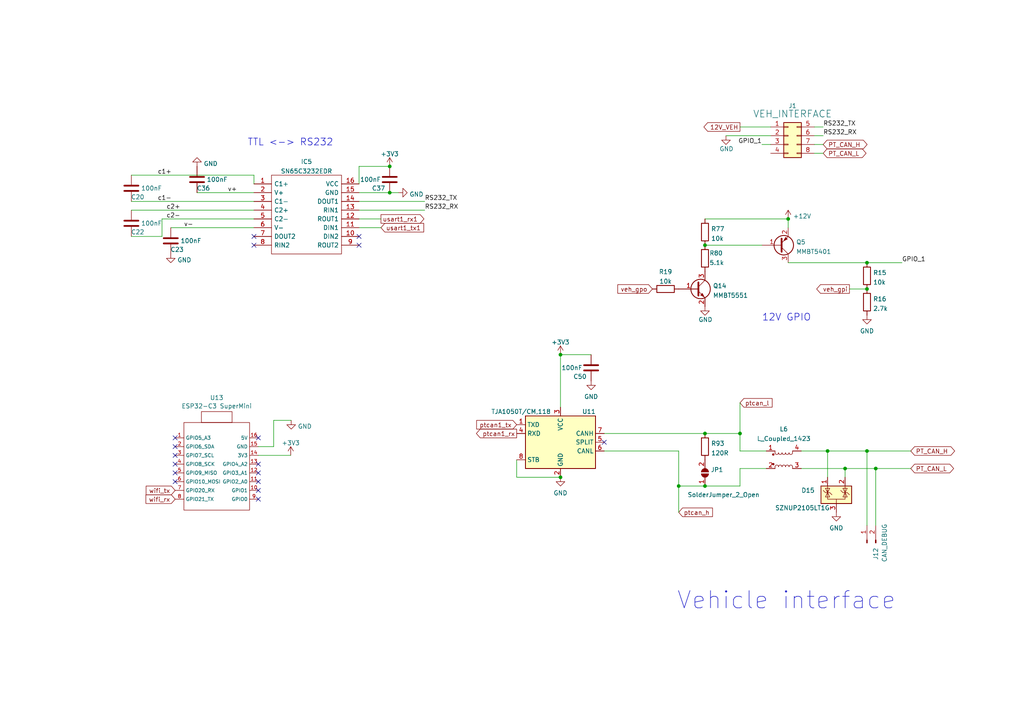
<source format=kicad_sch>
(kicad_sch (version 20230121) (generator eeschema)
  (paper "A4")
  (title_block (title "Tesla Model 3 Battery Controller") (date "2022-03-23") (rev "v0.3") (company "Wim Boone"))
  (lib_symbols
    (symbol "Conn_02x04_Top_Bottom_1" (pin_names (offset 1.016) hide)
      (property "Reference" "J" (at 1.27 5.08 0))
      (property "Value" "Conn_02x04_Top_Bottom_1" (at 1.27 -7.62 0))
      (symbol "Conn_02x04_Top_Bottom_1_1_1"
        (rectangle (start -1.27 -4.953) (end 0 -5.207) (stroke (width 0.1524)))
        (rectangle (start -1.27 -2.413) (end 0 -2.667) (stroke (width 0.1524)))
        (rectangle (start -1.27 0.127) (end 0 -0.127) (stroke (width 0.1524)))
        (rectangle (start -1.27 2.667) (end 0 2.413) (stroke (width 0.1524)))
        (rectangle (start -1.27 3.81) (end 3.81 -6.35) (stroke (width 0.254)) (fill (type background)))
        (rectangle (start 3.81 -4.953) (end 2.54 -5.207) (stroke (width 0.1524)))
        (rectangle (start 3.81 -2.413) (end 2.54 -2.667) (stroke (width 0.1524)))
        (rectangle (start 3.81 0.127) (end 2.54 -0.127) (stroke (width 0.1524)))
        (rectangle (start 3.81 2.667) (end 2.54 2.413) (stroke (width 0.1524)))
        (pin passive line (at -5.08 2.54 0) (length 3.81) (name "Pin_1") (number "1"))
        (pin passive line (at -5.08 0 0) (length 3.81) (name "Pin_2") (number "2"))
        (pin passive line (at -5.08 -2.54 0) (length 3.81) (name "Pin_3") (number "3"))
        (pin passive line (at -5.08 -5.08 0) (length 3.81) (name "Pin_4") (number "4"))
        (pin passive line (at 7.62 2.54 180) (length 3.81) (name "Pin_5") (number "5"))
        (pin passive line (at 7.62 0 180) (length 3.81) (name "Pin_6") (number "6"))
        (pin passive line (at 7.62 -2.54 180) (length 3.81) (name "Pin_7") (number "7"))
        (pin passive line (at 7.62 -5.08 180) (length 3.81) (name "Pin_8") (number "8"))
      )
    )
    (symbol "Connector:Conn_01x02_Male" (pin_names (offset 1.016) hide)
      (property "Reference" "J" (at 0 2.54 0))
      (property "Value" "Conn_01x02_Male" (at 0 -5.08 0))
      (symbol "Conn_01x02_Male_1_1"
        (polyline (pts (xy 1.27 -2.54) (xy 0.8636 -2.54)) (stroke (width 0.1524)))
        (polyline (pts (xy 1.27 0) (xy 0.8636 0)) (stroke (width 0.1524)))
        (rectangle (start 0.8636 -2.413) (end 0 -2.667) (stroke (width 0.1524)) (fill (type outline)))
        (rectangle (start 0.8636 0.127) (end 0 -0.127) (stroke (width 0.1524)) (fill (type outline)))
        (pin passive line (at 5.08 0 180) (length 3.81) (name "Pin_1") (number "1"))
        (pin passive line (at 5.08 -2.54 180) (length 3.81) (name "Pin_2") (number "2"))
      )
    )
    (symbol "Custom:ESP32C3-SuperMini"
      (property "Reference" "U" (at -9.017 18.415 0))
      (property "Value" "ESP32-C3 SuperMini" (at -0.127 22.225 0))
      (symbol "ESP32C3-SuperMini_0_1"
        (rectangle (start -9.652 17.145) (end 9.398 -8.255))
      )
      (symbol "ESP32C3-SuperMini_1_0"
        (pin bidirectional line (at -12.192 12.7 0) (length 2.54) (name "GPIO5_A3") (number "1"))
        (pin bidirectional line (at 11.938 -2.54 180) (length 2.54) (name "GPIO1") (number "10"))
        (pin bidirectional line (at 11.938 0 180) (length 2.54) (name "GPIO2_A0") (number "11"))
        (pin bidirectional line (at 11.938 2.54 180) (length 2.54) (name "GPIO3_A1") (number "12"))
        (pin bidirectional line (at 11.938 5.08 180) (length 2.54) (name "GPIO4_A2") (number "13"))
        (pin bidirectional line (at 11.938 7.62 180) (length 2.54) (name "3V3") (number "14"))
        (pin bidirectional line (at 11.938 10.16 180) (length 2.54) (name "GND") (number "15"))
        (pin bidirectional line (at 11.938 12.7 180) (length 2.54) (name "5V") (number "16"))
        (pin bidirectional line (at -12.192 10.16 0) (length 2.54) (name "GPIO6_SDA") (number "2"))
        (pin bidirectional line (at -12.192 7.62 0) (length 2.54) (name "GPIO7_SCL") (number "3"))
        (pin bidirectional line (at -12.192 5.08 0) (length 2.54) (name "GPIO8_SCK") (number "4"))
        (pin bidirectional line (at -12.192 2.54 0) (length 2.54) (name "GPIO9_MISO") (number "5"))
        (pin bidirectional line (at -12.192 0 0) (length 2.54) (name "GPIO10_MOSI") (number "6"))
        (pin bidirectional line (at -12.192 -2.54 0) (length 2.54) (name "GPIO20_RX") (number "7"))
        (pin bidirectional line (at -12.192 -5.08 0) (length 2.54) (name "GPIO21_TX") (number "8"))
        (pin bidirectional line (at 11.938 -5.08 180) (length 2.54) (name "GPIO0") (number "9"))
      )
      (symbol "ESP32C3-SuperMini_1_1"
        (rectangle (start -4.572 20.32) (end 4.318 17.145))
      )
    )
    (symbol "Device:C" (pin_numbers hide) (pin_names (offset 0.254))
      (property "Reference" "C" (at 0.635 2.54 0))
      (property "Value" "C" (at 0.635 -2.54 0))
      (symbol "C_0_1"
        (polyline (pts (xy -2.032 -0.762) (xy 2.032 -0.762)) (stroke (width 0.508)))
        (polyline (pts (xy -2.032 0.762) (xy 2.032 0.762)) (stroke (width 0.508)))
      )
      (symbol "C_1_1"
        (pin passive line (at 0 3.81 270) (length 2.794) (name "~") (number "1"))
        (pin passive line (at 0 -3.81 90) (length 2.794) (name "~") (number "2"))
      )
    )
    (symbol "Device:L_Coupled_1423" (pin_names (offset 0.254) hide)
      (property "Reference" "L" (at 0 4.445 0))
      (property "Value" "L_Coupled_1423" (at 0 -4.445 0))
      (symbol "L_Coupled_1423_0_1"
        (circle (center -3.048 -1.27) (radius 0.254) (fill (type outline)))
        (circle (center -3.048 1.524) (radius 0.254) (fill (type outline)))
        (arc (start -2.54 2.032) (mid -2.032 1.5262) (end -1.524 2.032))
        (arc (start -1.524 -2.032) (mid -2.032 -1.5262) (end -2.54 -2.032))
        (arc (start -1.524 2.032) (mid -1.016 1.5262) (end -0.508 2.032))
        (arc (start -0.508 -2.032) (mid -1.016 -1.5262) (end -1.524 -2.032))
        (arc (start -0.508 2.032) (mid 0 1.5262) (end 0.508 2.032))
        (polyline (pts (xy -2.54 -2.032) (xy -2.54 -2.54)))
        (polyline (pts (xy -2.54 2.032) (xy -2.54 2.54)))
        (polyline (pts (xy 2.54 -2.032) (xy 2.54 -2.54)))
        (polyline (pts (xy 2.54 2.54) (xy 2.54 2.032)))
        (arc (start 0.508 -2.032) (mid 0 -1.5262) (end -0.508 -2.032))
        (arc (start 0.508 2.032) (mid 1.016 1.5262) (end 1.524 2.032))
        (arc (start 1.524 -2.032) (mid 1.016 -1.5262) (end 0.508 -2.032))
        (arc (start 1.524 2.032) (mid 2.032 1.5262) (end 2.54 2.032))
        (arc (start 2.54 -2.032) (mid 2.032 -1.5262) (end 1.524 -2.032))
      )
      (symbol "L_Coupled_1423_1_1"
        (pin passive line (at -5.08 2.54 0) (length 2.54) (name "1") (number "1"))
        (pin passive line (at -5.08 -2.54 0) (length 2.54) (name "2") (number "2"))
        (pin passive line (at 5.08 -2.54 180) (length 2.54) (name "3") (number "3"))
        (pin passive line (at 5.08 2.54 180) (length 2.54) (name "4") (number "4"))
      )
    )
    (symbol "Device:R" (pin_numbers hide) (pin_names (offset 0))
      (property "Reference" "R" (at 2.032 0 90))
      (property "Value" "R" (at 0 0 90))
      (symbol "R_0_1"
        (rectangle (start -1.016 -2.54) (end 1.016 2.54) (stroke (width 0.254)))
      )
      (symbol "R_1_1"
        (pin passive line (at 0 3.81 270) (length 1.27) (name "~") (number "1"))
        (pin passive line (at 0 -3.81 90) (length 1.27) (name "~") (number "2"))
      )
    )
    (symbol "Interface_CAN_LIN:TJA1042T"
      (property "Reference" "U" (at -10.16 8.89 0))
      (property "Value" "TJA1042T" (at 1.27 8.89 0))
      (symbol "TJA1042T_0_1"
        (rectangle (start -10.16 7.62) (end 10.16 -7.62) (stroke (width 0.254)) (fill (type background)))
      )
      (symbol "TJA1042T_1_1"
        (pin input line (at -12.7 5.08 0) (length 2.54) (name "TXD") (number "1"))
        (pin power_in line (at 0 -10.16 90) (length 2.54) (name "GND") (number "2"))
        (pin power_in line (at 0 10.16 270) (length 2.54) (name "VCC") (number "3"))
        (pin output line (at -12.7 2.54 0) (length 2.54) (name "RXD") (number "4"))
        (pin power_out line (at 12.7 0 180) (length 2.54) (name "SPLIT") (number "5"))
        (pin bidirectional line (at 12.7 -2.54 180) (length 2.54) (name "CANL") (number "6"))
        (pin bidirectional line (at 12.7 2.54 180) (length 2.54) (name "CANH") (number "7"))
        (pin input line (at -12.7 -5.08 0) (length 2.54) (name "STB") (number "8"))
      )
    )
    (symbol "Jumper:SolderJumper_2_Open" (pin_names (offset 0) hide)
      (property "Reference" "JP" (at 0 2.032 0))
      (property "Value" "SolderJumper_2_Open" (at 0 -2.54 0))
      (symbol "SolderJumper_2_Open_0_1"
        (arc (start -0.254 1.016) (mid -1.2656 0) (end -0.254 -1.016))
        (arc (start -0.254 1.016) (mid -1.2656 0) (end -0.254 -1.016) (fill (type outline)))
        (polyline (pts (xy -0.254 1.016) (xy -0.254 -1.016)))
        (polyline (pts (xy 0.254 1.016) (xy 0.254 -1.016)))
        (arc (start 0.254 -1.016) (mid 1.2656 0) (end 0.254 1.016))
        (arc (start 0.254 -1.016) (mid 1.2656 0) (end 0.254 1.016) (fill (type outline)))
      )
      (symbol "SolderJumper_2_Open_1_1"
        (pin passive line (at -3.81 0 0) (length 2.54) (name "A") (number "1"))
        (pin passive line (at 3.81 0 180) (length 2.54) (name "B") (number "2"))
      )
    )
    (symbol "Power_Protection:SZNUP2105L" (pin_names hide)
      (property "Reference" "D" (at 5.715 2.54 0))
      (property "Value" "SZNUP2105L" (at 5.715 0.635 0))
      (symbol "SZNUP2105L_0_0"
        (pin passive line (at 0 -5.08 90) (length 2.54) (name "A") (number "3"))
      )
      (symbol "SZNUP2105L_0_1"
        (rectangle (start -4.445 2.54) (end 4.445 -2.54) (stroke (width 0.254)) (fill (type background)))
        (polyline (pts (xy -2.54 2.54) (xy -2.54 0.635)))
        (polyline (pts (xy 0 -1.27) (xy 0 -2.54)))
        (polyline (pts (xy 2.54 2.54) (xy 2.54 0.635)))
        (polyline (pts (xy -3.81 1.27) (xy -3.175 0.635) (xy -1.905 0.635) (xy -1.27 0)))
        (polyline (pts (xy -2.54 0.635) (xy -2.54 -1.27) (xy 2.54 -1.27) (xy 2.54 0.635)))
        (polyline (pts (xy -2.54 0.635) (xy -1.905 -0.635) (xy -3.175 -0.635) (xy -2.54 0.635)))
        (polyline (pts (xy 2.54 0.635) (xy 1.905 -0.635) (xy 3.175 -0.635) (xy 2.54 0.635)))
        (polyline (pts (xy 2.54 0.635) (xy 3.175 1.905) (xy 1.905 1.905) (xy 2.54 0.635)))
        (polyline (pts (xy -2.54 0.635) (xy -3.175 1.905) (xy -1.905 1.905) (xy -2.54 0.635) (xy -2.54 1.27)))
        (polyline (pts (xy 1.27 1.27) (xy 1.905 0.635) (xy 2.54 0.635) (xy 3.175 0.635) (xy 3.81 0)))
      )
      (symbol "SZNUP2105L_1_1"
        (pin passive line (at -2.54 5.08 270) (length 2.54) (name "K") (number "1"))
        (pin passive line (at 2.54 5.08 270) (length 2.54) (name "K") (number "2"))
      )
    )
    (symbol "SamacSys_Parts_new:SN65C3232EDR" (pin_names (offset 0.762))
      (property "Reference" "IC" (at 26.67 7.62 0))
      (property "Value" "SN65C3232EDR" (at 26.67 5.08 0))
      (symbol "SN65C3232EDR_0_0"
        (pin passive line (at 0 0 0) (length 5.08) (name "C1+") (number "1"))
        (pin passive line (at 30.48 -15.24 180) (length 5.08) (name "DIN2") (number "10"))
        (pin passive line (at 30.48 -12.7 180) (length 5.08) (name "DIN1") (number "11"))
        (pin passive line (at 30.48 -10.16 180) (length 5.08) (name "ROUT1") (number "12"))
        (pin passive line (at 30.48 -7.62 180) (length 5.08) (name "RIN1") (number "13"))
        (pin passive line (at 30.48 -5.08 180) (length 5.08) (name "DOUT1") (number "14"))
        (pin passive line (at 30.48 -2.54 180) (length 5.08) (name "GND") (number "15"))
        (pin passive line (at 30.48 0 180) (length 5.08) (name "VCC") (number "16"))
        (pin passive line (at 0 -2.54 0) (length 5.08) (name "V+") (number "2"))
        (pin passive line (at 0 -5.08 0) (length 5.08) (name "C1-") (number "3"))
        (pin passive line (at 0 -7.62 0) (length 5.08) (name "C2+") (number "4"))
        (pin passive line (at 0 -10.16 0) (length 5.08) (name "C2-") (number "5"))
        (pin passive line (at 0 -12.7 0) (length 5.08) (name "V-") (number "6"))
        (pin passive line (at 0 -15.24 0) (length 5.08) (name "DOUT2") (number "7"))
        (pin passive line (at 0 -17.78 0) (length 5.08) (name "RIN2") (number "8"))
        (pin passive line (at 30.48 -17.78 180) (length 5.08) (name "ROUT2") (number "9"))
      )
      (symbol "SN65C3232EDR_0_1"
        (polyline (pts (xy 5.08 2.54) (xy 25.4 2.54) (xy 25.4 -20.32) (xy 5.08 -20.32) (xy 5.08 2.54)) (stroke (width 0.1524)))
      )
    )
    (symbol "Transistor_BJT:BC807W" (pin_names (offset 0) hide)
      (property "Reference" "Q" (at 5.08 1.905 0))
      (property "Value" "BC807W" (at 5.08 0 0))
      (symbol "BC807W_0_1"
        (polyline (pts (xy 0.635 0.635) (xy 2.54 2.54)))
        (polyline (pts (xy 0.635 -0.635) (xy 2.54 -2.54) (xy 2.54 -2.54)))
        (polyline (pts (xy 0.635 1.905) (xy 0.635 -1.905) (xy 0.635 -1.905)) (stroke (width 0.508)))
        (polyline (pts (xy 2.286 -1.778) (xy 1.778 -2.286) (xy 1.27 -1.27) (xy 2.286 -1.778) (xy 2.286 -1.778)) (fill (type outline)))
        (circle (center 1.27 0) (radius 2.8194) (stroke (width 0.254)))
      )
      (symbol "BC807W_1_1"
        (pin input line (at -5.08 0 0) (length 5.715) (name "B") (number "1"))
        (pin passive line (at 2.54 -5.08 90) (length 2.54) (name "E") (number "2"))
        (pin passive line (at 2.54 5.08 270) (length 2.54) (name "C") (number "3"))
      )
    )
    (symbol "Transistor_BJT:BC817W" (pin_names (offset 0) hide)
      (property "Reference" "Q" (at 5.08 1.905 0))
      (property "Value" "BC817W" (at 5.08 0 0))
      (symbol "BC817W_0_1"
        (polyline (pts (xy 0.635 0.635) (xy 2.54 2.54)))
        (polyline (pts (xy 0.635 -0.635) (xy 2.54 -2.54) (xy 2.54 -2.54)))
        (polyline (pts (xy 0.635 1.905) (xy 0.635 -1.905) (xy 0.635 -1.905)) (stroke (width 0.508)))
        (polyline (pts (xy 1.27 -1.778) (xy 1.778 -1.27) (xy 2.286 -2.286) (xy 1.27 -1.778) (xy 1.27 -1.778)) (fill (type outline)))
        (circle (center 1.27 0) (radius 2.8194) (stroke (width 0.254)))
      )
      (symbol "BC817W_1_1"
        (pin input line (at -5.08 0 0) (length 5.715) (name "B") (number "1"))
        (pin passive line (at 2.54 -5.08 90) (length 2.54) (name "E") (number "2"))
        (pin passive line (at 2.54 5.08 270) (length 2.54) (name "C") (number "3"))
      )
    )
    (symbol "power:+12V" (power) (pin_names (offset 0))
      (property "Value" "+12V" (at 0 3.556 0))
      (symbol "+12V_0_1"
        (polyline (pts (xy -0.762 1.27) (xy 0 2.54)))
        (polyline (pts (xy 0 0) (xy 0 2.54)))
        (polyline (pts (xy 0 2.54) (xy 0.762 1.27)))
      )
      (symbol "+12V_1_1"
        (pin power_in line (at 0 0 90) (length 0) hide (name "+12V") (number "1"))
      )
    )
    (symbol "power:+3V3" (power) (pin_names (offset 0))
      (property "Value" "+3V3" (at 0 3.556 0))
      (symbol "+3V3_0_1"
        (polyline (pts (xy -0.762 1.27) (xy 0 2.54)))
        (polyline (pts (xy 0 0) (xy 0 2.54)))
        (polyline (pts (xy 0 2.54) (xy 0.762 1.27)))
      )
      (symbol "+3V3_1_1"
        (pin power_in line (at 0 0 90) (length 0) hide (name "+3V3") (number "1"))
      )
    )
    (symbol "power:GND" (power) (pin_names (offset 0))
      (property "Value" "GND" (at 0 -3.81 0))
      (symbol "GND_0_1"
        (polyline (pts (xy 0 0) (xy 0 -1.27) (xy 1.27 -1.27) (xy 0 -2.54) (xy -1.27 -1.27) (xy 0 -1.27)))
      )
      (symbol "GND_1_1"
        (pin power_in line (at 0 0 270) (length 0) hide (name "GND") (number "1"))
      )
    )
  )
  (junction (at 113.03 48.26))
  (junction (at 204.47 71.12))
  (junction (at 251.46 83.82))
  (junction (at 162.56 138.43))
  (junction (at 245.11 135.89))
  (junction (at 214.63 125.73))
  (junction (at 251.46 76.2))
  (junction (at 228.6 63.5))
  (junction (at 204.47 140.97))
  (junction (at 251.46 130.81))
  (junction (at 162.56 102.87))
  (junction (at 204.47 125.73))
  (junction (at 196.85 140.97))
  (junction (at 240.03 130.81))
  (junction (at 113.03 55.88))
  (junction (at 254 135.89))
  (no_connect (at 74.93 134.62))
  (no_connect (at 74.93 144.78))
  (no_connect (at 50.8 129.54))
  (no_connect (at 74.93 137.16))
  (no_connect (at 50.8 132.08))
  (no_connect (at 50.8 139.7))
  (no_connect (at 104.14 68.58))
  (no_connect (at 74.93 139.7))
  (no_connect (at 50.8 134.62))
  (no_connect (at 50.8 137.16))
  (no_connect (at 74.93 142.24))
  (no_connect (at 74.93 127))
  (no_connect (at 175.26 128.27))
  (no_connect (at 104.14 71.12))
  (no_connect (at 73.66 71.12))
  (no_connect (at 73.66 68.58))
  (no_connect (at 50.8 127))
  (wire (pts (xy 251.46 130.81) (xy 240.03 130.81)))
  (wire (pts (xy 196.85 140.97) (xy 204.47 140.97)))
  (wire (pts (xy 74.93 129.54) (xy 79.375 129.54)))
  (wire (pts (xy 49.53 66.04) (xy 73.66 66.04)))
  (wire (pts (xy 57.15 55.88) (xy 73.66 55.88)))
  (wire (pts (xy 214.63 130.81) (xy 214.63 125.73)))
  (wire (pts (xy 104.14 58.42) (xy 123.19 58.42)))
  (wire (pts (xy 214.63 135.89) (xy 222.25 135.89)))
  (wire (pts (xy 251.46 130.81) (xy 251.46 152.4)))
  (wire (pts (xy 113.03 55.88) (xy 104.14 55.88)))
  (wire (pts (xy 204.47 63.5) (xy 228.6 63.5)))
  (wire (pts (xy 46.99 68.58) (xy 46.99 63.5)))
  (wire (pts (xy 175.26 125.73) (xy 204.47 125.73)))
  (wire (pts (xy 162.56 102.87) (xy 171.45 102.87)))
  (wire (pts (xy 104.14 66.04) (xy 110.49 66.04)))
  (wire (pts (xy 251.46 76.2) (xy 261.62 76.2)))
  (wire (pts (xy 104.14 60.96) (xy 123.19 60.96)))
  (wire (pts (xy 38.1 58.42) (xy 73.66 58.42)))
  (wire (pts (xy 73.66 50.8) (xy 73.66 53.34)))
  (wire (pts (xy 104.14 63.5) (xy 110.49 63.5)))
  (wire (pts (xy 175.26 130.81) (xy 196.85 130.81)))
  (wire (pts (xy 79.375 121.92) (xy 84.455 121.92)))
  (wire (pts (xy 238.76 39.37) (xy 236.22 39.37)))
  (wire (pts (xy 204.47 71.12) (xy 220.98 71.12)))
  (wire (pts (xy 236.22 36.83) (xy 238.76 36.83)))
  (wire (pts (xy 196.85 130.81) (xy 196.85 140.97)))
  (wire (pts (xy 204.47 125.73) (xy 214.63 125.73)))
  (wire (pts (xy 254 135.89) (xy 264.16 135.89)))
  (wire (pts (xy 204.47 140.97) (xy 214.63 140.97)))
  (wire (pts (xy 104.14 48.26) (xy 113.03 48.26)))
  (wire (pts (xy 115.57 55.88) (xy 113.03 55.88)))
  (wire (pts (xy 264.16 130.81) (xy 251.46 130.81)))
  (wire (pts (xy 240.03 130.81) (xy 240.03 138.43)))
  (wire (pts (xy 214.63 135.89) (xy 214.63 140.97)))
  (wire (pts (xy 38.1 68.58) (xy 46.99 68.58)))
  (wire (pts (xy 79.375 121.92) (xy 79.375 129.54)))
  (wire (pts (xy 38.1 50.8) (xy 73.66 50.8)))
  (wire (pts (xy 214.63 116.84) (xy 214.63 125.73)))
  (wire (pts (xy 228.6 63.5) (xy 228.6 66.04)))
  (wire (pts (xy 149.86 138.43) (xy 162.56 138.43)))
  (wire (pts (xy 196.85 148.59) (xy 196.85 140.97)))
  (wire (pts (xy 245.11 135.89) (xy 254 135.89)))
  (wire (pts (xy 254 135.89) (xy 254 152.4)))
  (wire (pts (xy 162.56 102.87) (xy 162.56 118.11)))
  (wire (pts (xy 46.99 63.5) (xy 73.66 63.5)))
  (wire (pts (xy 149.86 133.35) (xy 149.86 138.43)))
  (wire (pts (xy 214.63 36.83) (xy 223.52 36.83)))
  (wire (pts (xy 210.566 39.37) (xy 223.52 39.37)))
  (wire (pts (xy 246.38 83.82) (xy 251.46 83.82)))
  (wire (pts (xy 245.11 135.89) (xy 245.11 138.43)))
  (wire (pts (xy 228.6 76.2) (xy 251.46 76.2)))
  (wire (pts (xy 84.328 132.08) (xy 74.93 132.08)))
  (wire (pts (xy 104.14 53.34) (xy 104.14 48.26)))
  (wire (pts (xy 238.76 41.91) (xy 236.22 41.91)))
  (wire (pts (xy 238.76 44.45) (xy 236.22 44.45)))
  (wire (pts (xy 214.63 130.81) (xy 222.25 130.81)))
  (wire (pts (xy 232.41 135.89) (xy 245.11 135.89)))
  (wire (pts (xy 240.03 130.81) (xy 232.41 130.81)))
  (wire (pts (xy 73.66 60.96) (xy 38.1 60.96)))
  (wire (pts (xy 220.98 41.91) (xy 223.52 41.91)))
  (text "TTL <-> RS232" (at 71.755 42.545 0) (effects (font (size 2 2)) (justify left bottom)))
  (text "Vehicle interface\n" (at 196.215 177.165 0) (effects (font (size 5 5)) (justify left bottom)))
  (text "12V GPIO" (at 220.98 93.345 0) (effects (font (size 2 2)) (justify left bottom)))
  (label "c2+" (at 48.26 60.96 0))
  (label "v-" (at 53.34 66.04 0))
  (label "GPIO_1" (at 261.62 76.2 0))
  (label "GPIO_1" (at 220.98 41.91 180))
  (label "c2-" (at 48.26 63.5 0))
  (label "RS232_TX" (at 123.19 58.42 0))
  (label "c1+" (at 45.72 50.8 0))
  (label "RS232_TX" (at 238.76 36.83 0))
  (label "c1-" (at 45.72 58.42 0))
  (label "v+" (at 66.04 55.88 0))
  (label "RS232_RX" (at 238.76 39.37 0))
  (label "RS232_RX" (at 123.19 60.96 0))
  (global_label "wifi_rx" (shape input) (at 50.8 144.78 180) (property "Intersheetrefs" "${INTERSHEET_REFS}" (effects hide)))
  (global_label "veh_gpo" (shape input) (at 189.23 83.82 180) (property "Intersheetrefs" "${INTERSHEET_REFS}" (effects hide)))
  (global_label "usart1_tx1" (shape input) (at 110.49 66.04 0) (property "Intersheetrefs" "${INTERSHEET_REFS}" (effects hide)))
  (global_label "veh_gpi" (shape output) (at 246.38 83.82 180) (property "Intersheetrefs" "${INTERSHEET_REFS}" (effects hide)))
  (global_label "ptcan_l" (shape input) (at 214.63 116.84 0) (property "Intersheetrefs" "${INTERSHEET_REFS}" (effects hide)))
  (global_label "PT_CAN_L" (shape bidirectional) (at 238.76 44.45 0) (property "Intersheetrefs" "${INTERSHEET_REFS}" (effects hide)))
  (global_label "ptcan1_rx" (shape output) (at 149.86 125.73 180) (property "Intersheetrefs" "${INTERSHEET_REFS}" (effects hide)))
  (global_label "PT_CAN_H" (shape bidirectional) (at 264.16 130.81 0) (property "Intersheetrefs" "${INTERSHEET_REFS}" (effects hide)))
  (global_label "usart1_rx1" (shape output) (at 110.49 63.5 0) (property "Intersheetrefs" "${INTERSHEET_REFS}" (effects hide)))
  (global_label "ptcan1_tx" (shape input) (at 149.86 123.19 180) (property "Intersheetrefs" "${INTERSHEET_REFS}" (effects hide)))
  (global_label "PT_CAN_H" (shape bidirectional) (at 238.76 41.91 0) (property "Intersheetrefs" "${INTERSHEET_REFS}" (effects hide)))
  (global_label "12V_VEH" (shape output) (at 214.63 36.83 180) (property "Intersheetrefs" "${INTERSHEET_REFS}" (effects hide)))
  (global_label "ptcan_h" (shape input) (at 196.85 148.59 0) (property "Intersheetrefs" "${INTERSHEET_REFS}" (effects hide)))
  (global_label "wifi_tx" (shape input) (at 50.8 142.24 180) (property "Intersheetrefs" "${INTERSHEET_REFS}" (effects hide)))
  (global_label "PT_CAN_L" (shape bidirectional) (at 264.16 135.89 0) (property "Intersheetrefs" "${INTERSHEET_REFS}" (effects hide)))
  (symbol (lib_id "Device:C") (at 171.45 106.68 180) (unit 1)
    (property "Reference" "C50" (at 170.18 109.22 0) (effects (justify left)))
    (property "Value" "100nF" (at 168.91 106.68 0) (effects (justify left)))
    (property "Footprint" "Capacitor_SMD:C_0603_1608Metric" (effects hide))
    (property "LCSC Part" "C14663" (effects hide))
    (property "Description" "50V 100nF X7R ±10% 0603  Multilayer Ceramic Capacitors MLCC - SMD/SMT ROHS" (effects hide))
  )
  (symbol (lib_id "power:GND") (at 242.57 148.59 0) (unit 1)
    (property "Reference" "#PWR0260" (effects hide))
    (property "Value" "GND" (at 242.57 153.1524 0))
  )
  (symbol (lib_id "Device:C") (at 38.1 64.77 180) (unit 1)
    (property "Reference" "C22" (at 41.91 67.31 0) (effects (justify left)))
    (property "Value" "100nF" (at 46.99 64.77 0) (effects (justify left)))
    (property "Footprint" "Capacitor_SMD:C_0603_1608Metric" (effects hide))
    (property "LCSC Part" "C14663" (effects hide))
    (property "Description" "50V 100nF X7R ±10% 0603  Multilayer Ceramic Capacitors MLCC - SMD/SMT ROHS" (effects hide))
  )
  (symbol (lib_id "Connector:Conn_01x02_Male") (at 251.46 157.48 90) (unit 1) (in_bom no)
    (property "Reference" "J12" (at 254 160.655 0))
    (property "Value" "CAN_DEBUG" (at 256.54 157.48 0))
    (property "Footprint" "TestPoint:TestPoint_2Pads_Pitch2.54mm_Drill0.8mm" (effects hide))
  )
  (symbol (lib_id "Device:C") (at 38.1 54.61 180) (unit 1)
    (property "Reference" "C20" (at 41.91 57.15 0) (effects (justify left)))
    (property "Value" "100nF" (at 46.99 54.61 0) (effects (justify left)))
    (property "Footprint" "Capacitor_SMD:C_0603_1608Metric" (effects hide))
    (property "LCSC Part" "C14663" (effects hide))
    (property "Description" "50V 100nF X7R ±10% 0603  Multilayer Ceramic Capacitors MLCC - SMD/SMT ROHS" (effects hide))
  )
  (symbol (lib_id "power:GND") (at 204.47 88.9 0) (unit 1)
    (property "Reference" "#PWR0239" (effects hide))
    (property "Value" "GND" (at 202.565 92.71 0) (effects (justify left)))
  )
  (symbol (lib_id "Device:R") (at 193.04 83.82 90) (unit 1)
    (property "Reference" "R19" (at 193.04 78.8375 90))
    (property "Value" "10k" (at 193.04 81.6126 90))
    (property "Footprint" "Resistor_SMD:R_0603_1608Metric" (effects hide))
    (property "LCSC Part" "C25804" (effects hide))
    (property "Description" "100mW Thick Film Resistors ±100ppm/℃ ±1% 10kΩ 0603  Chip Resistor - Surface Mount ROHS" (effects hide))
  )
  (symbol (lib_id "power:GND") (at 251.46 91.44 0) (unit 1)
    (property "Reference" "#PWR0198" (effects hide))
    (property "Value" "GND" (at 251.46 96.0025 0))
  )
  (symbol (lib_id "power:GND") (at 162.56 138.43 0) (unit 1)
    (property "Reference" "#PWR0323" (effects hide))
    (property "Value" "GND" (at 162.56 142.9924 0))
  )
  (symbol (lib_id "power:GND") (at 210.566 39.37 0) (unit 1)
    (property "Reference" "#PWR025" (effects hide))
    (property "Value" "GND" (at 208.661 43.18 0) (effects (justify left)))
  )
  (symbol (lib_id "Device:R") (at 204.47 129.54 0) (unit 1)
    (property "Reference" "R93" (at 206.248 128.6315 0) (effects (justify left)))
    (property "Value" "120R" (at 206.248 131.4066 0) (effects (justify left)))
    (property "Footprint" "Resistor_SMD:R_0603_1608Metric" (effects hide))
    (property "LCSC Part" "C22787" (effects hide))
    (property "Description" "100mW Thick Film Resistors ±100ppm/℃ ±1% 120Ω 0603  Chip Resistor - Surface Mount ROHS" (effects hide))
  )
  (symbol (lib_id "Device:L_Coupled_1423") (at 227.33 133.35 0) (unit 1)
    (property "Reference" "L6" (at 227.33 124.46 0))
    (property "Value" "L_Coupled_1423" (at 227.33 127.2351 0))
    (property "Footprint" "SamacSys_Parts:PE1812ACC220STS" (effects hide))
    (property "Description" "Common Mode Chokes / Filters AEC-Q200 Chip Choke 22uH .6Ohms Q200" (effects hide))
    (property "Manufacturer_Part_Number" "PE-1812ACC220STS" (effects hide))
    (property "Mouser Part Number" "673-PE-1812ACC220STS" (effects hide))
    (property "Mouser Price/Stock" "https://www.mouser.co.uk/ProductDetail/Pulse-Electronics/PE-1812ACC220STS?qs=ar8LaIfZsbE4xU%2FWclqUyA%3D%3D" (effects hide))
    (property "LCSC Part" "C76583" (effects hide))
  )
  (symbol (lib_id "Transistor_BJT:BC817W") (at 201.93 83.82 0) (unit 1)
    (property "Reference" "Q14" (at 206.7813 82.9115 0) (effects (justify left)))
    (property "Value" "MMBT5551" (at 206.7813 85.6866 0) (effects (justify left)))
    (property "Footprint" "Package_TO_SOT_SMD:SOT-23" (effects hide))
    (property "Datasheet" "https://www.onsemi.com/pub/Collateral/BC818-D.pdf" (effects hide))
    (property "LCSC Part" "C2145" (effects hide))
    (property "Description" "50nA 160V 300mW 600mA 200@10mA,5V 100MHz 200mV@50mA,5mA NPN +150℃@(Tj) SOT-23(SOT-23-3) Bipolar Transistors - BJT ROHS" (effects hide))
  )
  (symbol (lib_id "Device:R") (at 251.46 87.63 180) (unit 1)
    (property "Reference" "R16" (at 253.238 86.7215 0) (effects (justify right)))
    (property "Value" "2.7k" (at 253.238 89.4966 0) (effects (justify right)))
    (property "Footprint" "Resistor_SMD:R_0603_1608Metric" (effects hide))
    (property "LCSC Part" "C13167" (effects hide))
    (property "Description" "100mW Thick Film Resistors ±100ppm/℃ ±1% 2.7kΩ 0603  Chip Resistor - Surface Mount ROHS" (effects hide))
  )
  (symbol (lib_name "Conn_02x04_Top_Bottom_1") (lib_id "Connector_Generic:Conn_02x04_Top_Bottom") (at 228.6 39.37 0) (unit 1)
    (property "Reference" "J1" (at 229.87 30.6951 0))
    (property "Value" "VEH_INTERFACE" (at 229.87 33.02 0) (effects (font (size 2 2))))
    (property "Footprint" "Connector_Molex:Molex_Mini-Fit_Jr_5569-08A2_2x04_P4.20mm_Horizontal" (effects hide))
  )
  (symbol (lib_id "SamacSys_Parts_new:SN65C3232EDR") (at 73.66 53.34 0) (unit 1)
    (property "Reference" "IC5" (at 88.9 46.8843 0))
    (property "Value" "SN65C3232EDR" (at 88.9 49.6594 0))
    (property "Footprint" "SOIC127P600X175-16N" (effects hide))
    (property "Datasheet" "http://www.ti.com/lit/gpn/sn65c3232e" (effects hide))
    (property "Description" "3-V To 5.5-V Two Channel RS-232 1 Mbit/s Line Driver/Receiver with +/-15 kV IEC ESD Protection" (effects hide))
    (property "Height" "1.75" (effects hide))
    (property "Manufacturer_Name" "Texas Instruments" (effects hide))
    (property "Manufacturer_Part_Number" "SN65C3232EDR" (effects hide))
    (property "Mouser Part Number" "595-SN65C3232EDR" (effects hide))
    (property "Mouser Price/Stock" "https://www.mouser.co.uk/ProductDetail/Texas-Instruments/SN65C3232EDR?qs=QViXGNcIEAs9DWKagCaeKA%3D%3D" (effects hide))
    (property "Arrow Part Number" "SN65C3232EDR" (effects hide))
    (property "Arrow Price/Stock" "https://www.arrow.com/en/products/sn65c3232edr/texas-instruments" (effects hide))
    (property "LCSC Part" "C26860" (effects hide))
  )
  (symbol (lib_id "power:GND") (at 49.53 73.66 0) (unit 1)
    (property "Reference" "#PWR0196" (effects hide))
    (property "Value" "GND" (at 51.435 75.409 0) (effects (justify left)))
  )
  (symbol (lib_id "power:+3V3") (at 84.328 132.08 0) (unit 1)
    (property "Reference" "#PWR0310" (effects hide))
    (property "Value" "+3V3" (at 84.328 128.4755 0))
  )
  (symbol (lib_id "Device:C") (at 49.53 69.85 180) (unit 1)
    (property "Reference" "C23" (at 53.34 72.39 0) (effects (justify left)))
    (property "Value" "100nF" (at 58.42 69.85 0) (effects (justify left)))
    (property "Footprint" "Capacitor_SMD:C_0603_1608Metric" (effects hide))
    (property "LCSC Part" "C14663" (effects hide))
    (property "Description" "50V 100nF X7R ±10% 0603  Multilayer Ceramic Capacitors MLCC - SMD/SMT ROHS" (effects hide))
  )
  (symbol (lib_id "Device:C") (at 113.03 52.07 180) (unit 1)
    (property "Reference" "C37" (at 111.76 54.61 0) (effects (justify left)))
    (property "Value" "100nF" (at 110.49 52.07 0) (effects (justify left)))
    (property "Footprint" "Capacitor_SMD:C_0603_1608Metric" (effects hide))
    (property "LCSC Part" "C14663" (effects hide))
    (property "Description" "50V 100nF X7R ±10% 0603  Multilayer Ceramic Capacitors MLCC - SMD/SMT ROHS" (effects hide))
  )
  (symbol (lib_id "Jumper:SolderJumper_2_Open") (at 204.47 137.16 90) (unit 1) (in_bom no)
    (property "Reference" "JP1" (at 206.121 136.2515 90) (effects (justify right)))
    (property "Value" "SolderJumper_2_Open" (at 199.39 143.51 90) (effects (justify right)))
    (property "Footprint" "Jumper:SolderJumper-2_P1.3mm_Open_RoundedPad1.0x1.5mm" (effects hide))
  )
  (symbol (lib_id "power:+12V") (at 228.6 63.5 0) (unit 1)
    (property "Reference" "#PWR0201" (effects hide))
    (property "Value" "+12V" (at 229.997 62.709 0) (effects (justify left)))
  )
  (symbol (lib_id "Device:R") (at 204.47 74.93 180) (unit 1)
    (property "Reference" "R80" (at 205.74 73.4249 0) (effects (justify right)))
    (property "Value" "5.1k" (at 205.74 76.2 0) (effects (justify right)))
    (property "Footprint" "Resistor_SMD:R_0603_1608Metric" (effects hide))
    (property "LCSC Part" "C23186" (effects hide))
    (property "Description" "100mW Thick Film Resistors ±100ppm/℃ ±1% 5.1kΩ 0603  Chip Resistor - Surface Mount ROHS" (effects hide))
  )
  (symbol (lib_id "power:+3V3") (at 162.56 102.87 0) (unit 1)
    (property "Reference" "#PWR0321" (effects hide))
    (property "Value" "+3V3" (at 162.56 99.2655 0))
  )
  (symbol (lib_id "Power_Protection:SZNUP2105L") (at 242.57 143.51 0) (unit 1)
    (property "Reference" "D15" (at 232.41 142.24 0) (effects (justify left)))
    (property "Value" "SZNUP2105LT1G" (at 224.79 147.32 0) (effects (justify left)))
    (property "Footprint" "Package_TO_SOT_SMD:SOT-23" (effects hide))
    (property "Datasheet" "http://www.onsemi.com/pub_link/Collateral/NUP2105L-D.PDF" (effects hide))
    (property "LCSC Part" "C233494" (effects hide))
    (property "Description" "SOT-23-3  ESD Protection Devices ROHS" (effects hide))
  )
  (symbol (lib_id "power:GND") (at 171.45 110.49 0) (unit 1)
    (property "Reference" "#PWR0322" (effects hide))
    (property "Value" "GND" (at 171.45 115.0524 0))
  )
  (symbol (lib_id "power:+3V3") (at 113.03 48.26 0) (unit 1)
    (property "Reference" "#PWR0194" (effects hide))
    (property "Value" "+3V3" (at 113.03 44.6555 0))
  )
  (symbol (lib_id "power:GND") (at 115.57 55.88 90) (unit 1)
    (property "Reference" "#PWR0195" (effects hide))
    (property "Value" "GND" (at 118.745 56.359 90) (effects (justify right)))
  )
  (symbol (lib_id "Device:C") (at 57.15 52.07 180) (unit 1)
    (property "Reference" "C36" (at 60.96 54.61 0) (effects (justify left)))
    (property "Value" "100nF" (at 66.04 52.07 0) (effects (justify left)))
    (property "Footprint" "Capacitor_SMD:C_0603_1608Metric" (effects hide))
    (property "LCSC Part" "C14663" (effects hide))
    (property "Description" "50V 100nF X7R ±10% 0603  Multilayer Ceramic Capacitors MLCC - SMD/SMT ROHS" (effects hide))
  )
  (symbol (lib_id "Transistor_BJT:BC807W") (at 226.06 71.12 0) (mirror x) (unit 1)
    (property "Reference" "Q5" (at 230.9114 70.2115 0) (effects (justify left)))
    (property "Value" "MMBT5401" (at 230.9114 72.9866 0) (effects (justify left)))
    (property "Footprint" "Package_TO_SOT_SMD:SOT-23" (effects hide))
    (property "Datasheet" "https://www.onsemi.com/pub/Collateral/BC808-D.pdf" (effects hide))
    (property "Description" "150V 300mW 600mA 200@10mA,5V 100MHz 500mV@50mA,5mA PNP +150℃@(Tj) SOT-23(SOT-23-3) Bipolar Transistors - BJT ROHS" (effects hide))
    (property "LCSC Part" "C8326" (effects hide))
  )
  (symbol (lib_id "Device:R") (at 204.47 67.31 0) (unit 1)
    (property "Reference" "R77" (at 206.248 66.4015 0) (effects (justify left)))
    (property "Value" "10k" (at 206.248 69.1766 0) (effects (justify left)))
    (property "Footprint" "Resistor_SMD:R_0603_1608Metric" (effects hide))
    (property "LCSC Part" "C25804" (effects hide))
    (property "Description" "100mW Thick Film Resistors ±100ppm/℃ ±1% 10kΩ 0603  Chip Resistor - Surface Mount ROHS" (effects hide))
  )
  (symbol (lib_id "power:GND") (at 57.15 48.26 180) (unit 1)
    (property "Reference" "#PWR0197" (effects hide))
    (property "Value" "GND" (at 59.055 47.469 0) (effects (justify right)))
  )
  (symbol (lib_id "power:GND") (at 84.455 121.92 0) (unit 1)
    (property "Reference" "#PWR067" (effects hide))
    (property "Value" "GND" (at 86.36 123.669 0) (effects (justify left)))
  )
  (symbol (lib_id "Device:R") (at 251.46 80.01 180) (unit 1)
    (property "Reference" "R15" (at 253.238 79.1015 0) (effects (justify right)))
    (property "Value" "10k" (at 253.238 81.8766 0) (effects (justify right)))
    (property "Footprint" "Resistor_SMD:R_0603_1608Metric" (effects hide))
    (property "LCSC Part" "C25804" (effects hide))
    (property "Description" "100mW Thick Film Resistors ±100ppm/℃ ±1% 10kΩ 0603  Chip Resistor - Surface Mount ROHS" (effects hide))
  )
  (symbol (lib_id "Interface_CAN_LIN:TJA1042T") (at 162.56 128.27 0) (unit 1)
    (property "Reference" "U11" (at 170.815 119.38 0))
    (property "Value" "TJA1050T/CM,118" (at 151.13 119.38 0))
    (property "Footprint" "Package_SO:SOIC-8_3.9x4.9mm_P1.27mm" (effects hide))
    (property "Datasheet" "http://www.nxp.com/documents/data_sheet/TJA1042.pdf" (effects hide))
    (property "LCSC Part" "C6952" (effects hide))
    (property "Description" "CAN Transceiver SOIC-8_150mil CAN ICs ROHS" (effects hide))
  )
  (symbol (lib_id "Custom:ESP32C3-SuperMini") (at 62.992 139.7 0) (unit 1)
    (property "Reference" "U13" (at 62.865 115.3627 0))
    (property "Value" "ESP32-C3 SuperMini" (at 62.865 117.7869 0))
    (property "Footprint" "Custom:ESP32-C3-14P-SMD-2.54-21X17.8MM" (effects hide))
  )
)
</source>
